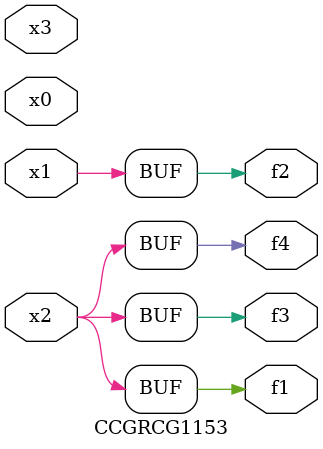
<source format=v>
module CCGRCG1153(
	input x0, x1, x2, x3,
	output f1, f2, f3, f4
);
	assign f1 = x2;
	assign f2 = x1;
	assign f3 = x2;
	assign f4 = x2;
endmodule

</source>
